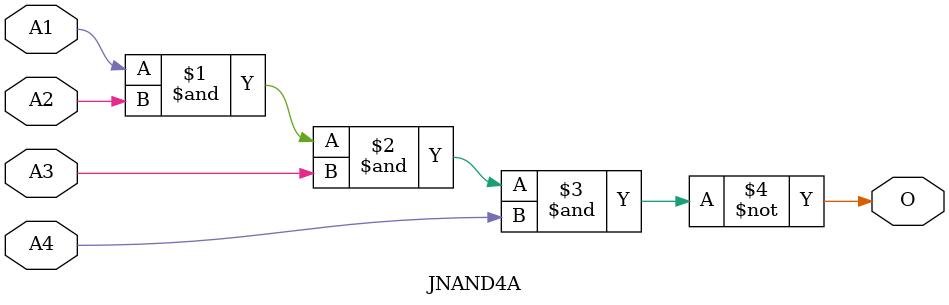
<source format=v>
module JNAND4A(A1, A2, A3, A4, O);
input   A1;
input   A2;
input   A3;
input   A4;
output  O;
nand g0(O, A1, A2, A3, A4);
endmodule
</source>
